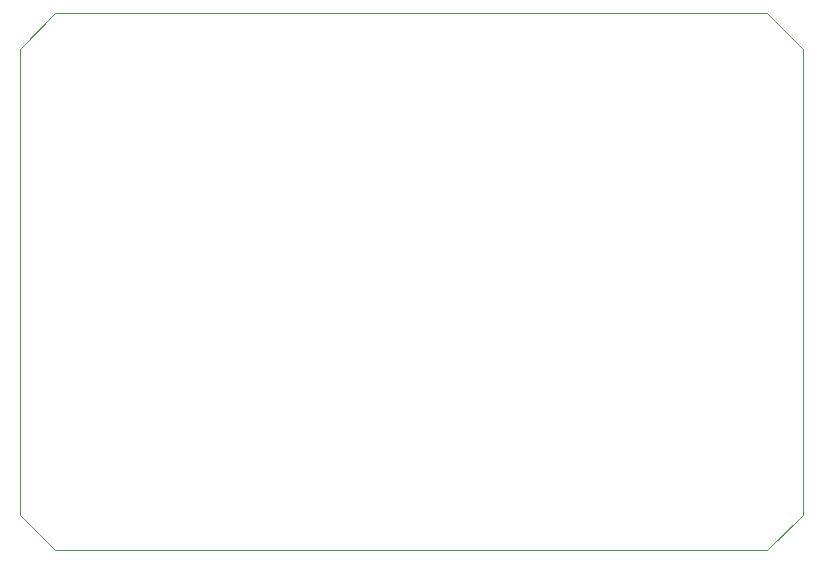
<source format=gbr>
%TF.GenerationSoftware,KiCad,Pcbnew,8.0.7*%
%TF.CreationDate,2025-03-15T06:07:22+02:00*%
%TF.ProjectId,power_supply,706f7765-725f-4737-9570-706c792e6b69,v1.0*%
%TF.SameCoordinates,Original*%
%TF.FileFunction,Profile,NP*%
%FSLAX46Y46*%
G04 Gerber Fmt 4.6, Leading zero omitted, Abs format (unit mm)*
G04 Created by KiCad (PCBNEW 8.0.7) date 2025-03-15 06:07:22*
%MOMM*%
%LPD*%
G01*
G04 APERTURE LIST*
%TA.AperFunction,Profile*%
%ADD10C,0.050000*%
%TD*%
G04 APERTURE END LIST*
D10*
X127965200Y-65280800D02*
X127965200Y-104746800D01*
X194259200Y-65280800D02*
X191259200Y-62280800D01*
X194259200Y-65280800D02*
X194259200Y-104746800D01*
X194259200Y-104746800D02*
X191259200Y-107746800D01*
X191259200Y-62280800D02*
X130965200Y-62280800D01*
X127965200Y-65280800D02*
X130965200Y-62280800D01*
X127965200Y-104746800D02*
X130965200Y-107746800D01*
X191259200Y-107746800D02*
X130965200Y-107746800D01*
M02*

</source>
